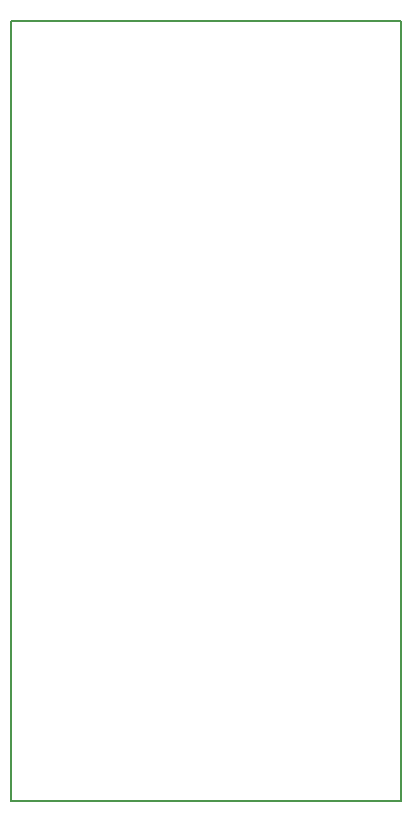
<source format=gbr>
%TF.GenerationSoftware,KiCad,Pcbnew,4.0.2-stable*%
%TF.CreationDate,2021-11-11T11:09:56-08:00*%
%TF.ProjectId,pwm,70776D2E6B696361645F706362000000,rev?*%
%TF.FileFunction,Other,User*%
%FSLAX46Y46*%
G04 Gerber Fmt 4.6, Leading zero omitted, Abs format (unit mm)*
G04 Created by KiCad (PCBNEW 4.0.2-stable) date 11/11/2021 11:09:56 AM*
%MOMM*%
G01*
G04 APERTURE LIST*
%ADD10C,0.100000*%
%ADD11C,0.150000*%
G04 APERTURE END LIST*
D10*
D11*
X153670000Y-71120000D02*
X186690000Y-71120000D01*
X153670000Y-137160000D02*
X186690000Y-137160000D01*
X153670000Y-137160000D02*
X153670000Y-71120000D01*
X186690000Y-71120000D02*
X186690000Y-137160000D01*
M02*

</source>
